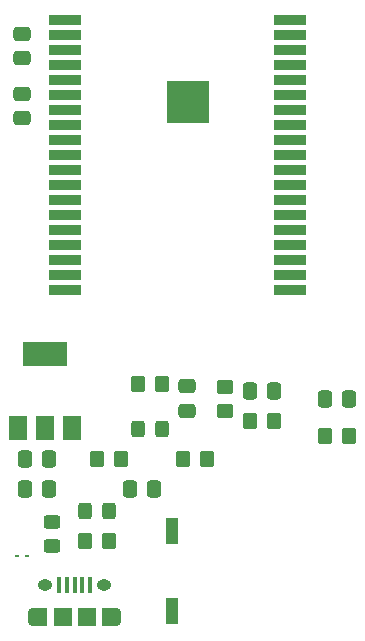
<source format=gbr>
%TF.GenerationSoftware,KiCad,Pcbnew,(6.0.0)*%
%TF.CreationDate,2022-02-27T19:02:29-06:00*%
%TF.ProjectId,Squeezecheap,53717565-657a-4656-9368-6561702e6b69,rev?*%
%TF.SameCoordinates,Original*%
%TF.FileFunction,Paste,Top*%
%TF.FilePolarity,Positive*%
%FSLAX46Y46*%
G04 Gerber Fmt 4.6, Leading zero omitted, Abs format (unit mm)*
G04 Created by KiCad (PCBNEW (6.0.0)) date 2022-02-27 19:02:29*
%MOMM*%
%LPD*%
G01*
G04 APERTURE LIST*
G04 Aperture macros list*
%AMRoundRect*
0 Rectangle with rounded corners*
0 $1 Rounding radius*
0 $2 $3 $4 $5 $6 $7 $8 $9 X,Y pos of 4 corners*
0 Add a 4 corners polygon primitive as box body*
4,1,4,$2,$3,$4,$5,$6,$7,$8,$9,$2,$3,0*
0 Add four circle primitives for the rounded corners*
1,1,$1+$1,$2,$3*
1,1,$1+$1,$4,$5*
1,1,$1+$1,$6,$7*
1,1,$1+$1,$8,$9*
0 Add four rect primitives between the rounded corners*
20,1,$1+$1,$2,$3,$4,$5,0*
20,1,$1+$1,$4,$5,$6,$7,0*
20,1,$1+$1,$6,$7,$8,$9,0*
20,1,$1+$1,$8,$9,$2,$3,0*%
G04 Aperture macros list end*
%ADD10R,1.120000X2.160000*%
%ADD11RoundRect,0.250000X-0.350000X-0.450000X0.350000X-0.450000X0.350000X0.450000X-0.350000X0.450000X0*%
%ADD12R,0.360000X0.250000*%
%ADD13RoundRect,0.250000X0.325000X0.450000X-0.325000X0.450000X-0.325000X-0.450000X0.325000X-0.450000X0*%
%ADD14RoundRect,0.250000X-0.450000X0.325000X-0.450000X-0.325000X0.450000X-0.325000X0.450000X0.325000X0*%
%ADD15RoundRect,0.250000X0.475000X-0.337500X0.475000X0.337500X-0.475000X0.337500X-0.475000X-0.337500X0*%
%ADD16RoundRect,0.250000X0.350000X0.450000X-0.350000X0.450000X-0.350000X-0.450000X0.350000X-0.450000X0*%
%ADD17RoundRect,0.250000X-0.337500X-0.475000X0.337500X-0.475000X0.337500X0.475000X-0.337500X0.475000X0*%
%ADD18R,2.700000X0.900000*%
%ADD19R,3.600000X3.600000*%
%ADD20RoundRect,0.250000X-0.475000X0.337500X-0.475000X-0.337500X0.475000X-0.337500X0.475000X0.337500X0*%
%ADD21R,1.200000X1.550000*%
%ADD22R,1.500000X1.550000*%
%ADD23R,0.400000X1.350000*%
%ADD24O,1.250000X0.950000*%
%ADD25O,0.890000X1.550000*%
%ADD26RoundRect,0.250000X-0.450000X0.350000X-0.450000X-0.350000X0.450000X-0.350000X0.450000X0.350000X0*%
%ADD27RoundRect,0.250000X-0.325000X-0.450000X0.325000X-0.450000X0.325000X0.450000X-0.325000X0.450000X0*%
%ADD28R,1.500000X2.000000*%
%ADD29R,3.800000X2.000000*%
G04 APERTURE END LIST*
D10*
%TO.C,SW1*%
X95250000Y-82360000D03*
X95250000Y-89090000D03*
%TD*%
D11*
%TO.C,R7*%
X87900000Y-83185000D03*
X89900000Y-83185000D03*
%TD*%
D12*
%TO.C,D1*%
X82130000Y-84455000D03*
X82970000Y-84455000D03*
%TD*%
D13*
%TO.C,D4*%
X89925000Y-80645000D03*
X87875000Y-80645000D03*
%TD*%
D14*
%TO.C,D2*%
X85090000Y-81525000D03*
X85090000Y-83575000D03*
%TD*%
D15*
%TO.C,C6*%
X82550000Y-42312500D03*
X82550000Y-40237500D03*
%TD*%
D16*
%TO.C,R3*%
X101870000Y-73025000D03*
X103870000Y-73025000D03*
%TD*%
%TO.C,R1*%
X90900000Y-76200000D03*
X88900000Y-76200000D03*
%TD*%
D17*
%TO.C,C4*%
X110257500Y-71120000D03*
X108182500Y-71120000D03*
%TD*%
D18*
%TO.C,U1*%
X86185000Y-39065000D03*
X86185000Y-40335000D03*
X86185000Y-41605000D03*
X86185000Y-42875000D03*
X86185000Y-44145000D03*
X86185000Y-45415000D03*
X86185000Y-46685000D03*
X86185000Y-47955000D03*
X86185000Y-49225000D03*
X86185000Y-50495000D03*
X86185000Y-51765000D03*
X86185000Y-53035000D03*
X86185000Y-54305000D03*
X86185000Y-55575000D03*
X86185000Y-56845000D03*
X86185000Y-58115000D03*
X86185000Y-59385000D03*
X86185000Y-60655000D03*
X86185000Y-61925000D03*
X105185000Y-61925000D03*
X105185000Y-60655000D03*
X105185000Y-59385000D03*
X105185000Y-58115000D03*
X105185000Y-56845000D03*
X105185000Y-55575000D03*
X105185000Y-54305000D03*
X105185000Y-53035000D03*
X105185000Y-51765000D03*
X105185000Y-50495000D03*
X105185000Y-49225000D03*
X105185000Y-47955000D03*
X105185000Y-46685000D03*
X105185000Y-45415000D03*
X105185000Y-44145000D03*
X105185000Y-42875000D03*
X105185000Y-41605000D03*
X105185000Y-40335000D03*
X105185000Y-39065000D03*
D19*
X96585000Y-46025000D03*
%TD*%
D16*
%TO.C,R5*%
X96155000Y-76200000D03*
X98155000Y-76200000D03*
%TD*%
D20*
%TO.C,C5*%
X96520000Y-70082500D03*
X96520000Y-72157500D03*
%TD*%
D17*
%TO.C,C3*%
X84857500Y-76200000D03*
X82782500Y-76200000D03*
%TD*%
D20*
%TO.C,C7*%
X82550000Y-45317500D03*
X82550000Y-47392500D03*
%TD*%
D21*
%TO.C,J1*%
X84095000Y-89565000D03*
D22*
X85995000Y-89565000D03*
X87995000Y-89565000D03*
D21*
X89895000Y-89565000D03*
D23*
X88295000Y-86865000D03*
X87645000Y-86865000D03*
X86995000Y-86865000D03*
X86345000Y-86865000D03*
X85695000Y-86865000D03*
D24*
X89495000Y-86865000D03*
D25*
X90495000Y-89565000D03*
D24*
X84495000Y-86865000D03*
D25*
X83495000Y-89565000D03*
%TD*%
D26*
%TO.C,R2*%
X99695000Y-72120000D03*
X99695000Y-70120000D03*
%TD*%
D17*
%TO.C,C1*%
X84857500Y-78740000D03*
X82782500Y-78740000D03*
%TD*%
D27*
%TO.C,D3*%
X92320000Y-73660000D03*
X94370000Y-73660000D03*
%TD*%
D16*
%TO.C,R4*%
X108220000Y-74295000D03*
X110220000Y-74295000D03*
%TD*%
D17*
%TO.C,C2*%
X103907500Y-70485000D03*
X101832500Y-70485000D03*
%TD*%
%TO.C,C8*%
X91672500Y-78740000D03*
X93747500Y-78740000D03*
%TD*%
D28*
%TO.C,U2*%
X82155000Y-73635000D03*
X84455000Y-73635000D03*
D29*
X84455000Y-67335000D03*
D28*
X86755000Y-73635000D03*
%TD*%
D11*
%TO.C,R6*%
X94345000Y-69850000D03*
X92345000Y-69850000D03*
%TD*%
M02*

</source>
